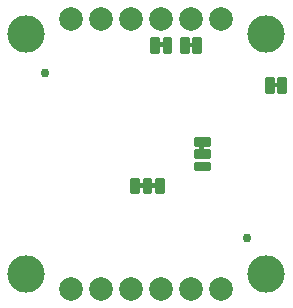
<source format=gbs>
G04 EAGLE Gerber RS-274X export*
G75*
%MOMM*%
%FSLAX34Y34*%
%LPD*%
%INSoldermask Bottom*%
%IPPOS*%
%AMOC8*
5,1,8,0,0,1.08239X$1,22.5*%
G01*
%ADD10C,0.228344*%
%ADD11C,3.175000*%
%ADD12C,2.006600*%
%ADD13C,0.762000*%

G36*
X175642Y129552D02*
X175642Y129552D01*
X175708Y129554D01*
X175752Y129572D01*
X175798Y129580D01*
X175855Y129614D01*
X175916Y129639D01*
X175951Y129670D01*
X175992Y129695D01*
X176033Y129746D01*
X176082Y129790D01*
X176103Y129832D01*
X176133Y129869D01*
X176154Y129931D01*
X176184Y129990D01*
X176192Y130044D01*
X176205Y130081D01*
X176204Y130121D01*
X176212Y130175D01*
X176212Y133985D01*
X176200Y134050D01*
X176198Y134116D01*
X176180Y134159D01*
X176172Y134206D01*
X176139Y134263D01*
X176114Y134323D01*
X176082Y134358D01*
X176058Y134399D01*
X176007Y134441D01*
X175962Y134489D01*
X175920Y134511D01*
X175884Y134540D01*
X175822Y134561D01*
X175763Y134592D01*
X175708Y134600D01*
X175671Y134612D01*
X175632Y134611D01*
X175578Y134619D01*
X173038Y134619D01*
X172973Y134608D01*
X172907Y134606D01*
X172863Y134588D01*
X172817Y134580D01*
X172760Y134546D01*
X172699Y134521D01*
X172664Y134490D01*
X172623Y134465D01*
X172582Y134414D01*
X172533Y134370D01*
X172512Y134328D01*
X172482Y134291D01*
X172461Y134229D01*
X172431Y134170D01*
X172423Y134116D01*
X172410Y134079D01*
X172410Y134075D01*
X172410Y134074D01*
X172411Y134039D01*
X172403Y133985D01*
X172403Y130175D01*
X172415Y130110D01*
X172417Y130044D01*
X172435Y130001D01*
X172443Y129954D01*
X172476Y129897D01*
X172501Y129837D01*
X172533Y129802D01*
X172557Y129761D01*
X172608Y129720D01*
X172653Y129671D01*
X172695Y129649D01*
X172731Y129620D01*
X172794Y129599D01*
X172852Y129568D01*
X172907Y129560D01*
X172944Y129548D01*
X172983Y129549D01*
X173038Y129541D01*
X175578Y129541D01*
X175642Y129552D01*
G37*
G36*
X141670Y217563D02*
X141670Y217563D01*
X141736Y217565D01*
X141779Y217583D01*
X141826Y217591D01*
X141883Y217625D01*
X141943Y217650D01*
X141978Y217681D01*
X142019Y217706D01*
X142061Y217757D01*
X142109Y217801D01*
X142131Y217843D01*
X142160Y217880D01*
X142181Y217942D01*
X142212Y218001D01*
X142220Y218055D01*
X142232Y218092D01*
X142231Y218132D01*
X142239Y218186D01*
X142239Y220726D01*
X142228Y220791D01*
X142226Y220857D01*
X142208Y220900D01*
X142200Y220947D01*
X142166Y221004D01*
X142141Y221064D01*
X142110Y221099D01*
X142085Y221140D01*
X142034Y221182D01*
X141990Y221230D01*
X141948Y221252D01*
X141911Y221281D01*
X141849Y221302D01*
X141790Y221333D01*
X141736Y221341D01*
X141699Y221353D01*
X141659Y221352D01*
X141605Y221360D01*
X137795Y221360D01*
X137730Y221349D01*
X137664Y221347D01*
X137621Y221329D01*
X137574Y221321D01*
X137517Y221287D01*
X137457Y221262D01*
X137422Y221231D01*
X137381Y221206D01*
X137340Y221155D01*
X137291Y221111D01*
X137269Y221069D01*
X137240Y221032D01*
X137219Y220970D01*
X137188Y220911D01*
X137180Y220857D01*
X137168Y220820D01*
X137168Y220817D01*
X137169Y220780D01*
X137161Y220726D01*
X137161Y218186D01*
X137172Y218121D01*
X137174Y218055D01*
X137192Y218012D01*
X137200Y217965D01*
X137234Y217908D01*
X137259Y217848D01*
X137290Y217813D01*
X137315Y217772D01*
X137366Y217731D01*
X137410Y217682D01*
X137452Y217660D01*
X137489Y217631D01*
X137551Y217610D01*
X137610Y217579D01*
X137664Y217571D01*
X137701Y217559D01*
X137741Y217560D01*
X137795Y217552D01*
X141605Y217552D01*
X141670Y217563D01*
G37*
G36*
X166816Y217309D02*
X166816Y217309D01*
X166882Y217311D01*
X166925Y217329D01*
X166972Y217337D01*
X167029Y217371D01*
X167089Y217396D01*
X167124Y217427D01*
X167165Y217452D01*
X167207Y217503D01*
X167255Y217547D01*
X167277Y217589D01*
X167306Y217626D01*
X167327Y217688D01*
X167358Y217747D01*
X167366Y217801D01*
X167378Y217838D01*
X167377Y217878D01*
X167385Y217932D01*
X167385Y220472D01*
X167374Y220537D01*
X167372Y220603D01*
X167354Y220646D01*
X167346Y220693D01*
X167312Y220750D01*
X167287Y220810D01*
X167256Y220845D01*
X167231Y220886D01*
X167180Y220928D01*
X167136Y220976D01*
X167094Y220998D01*
X167057Y221027D01*
X166995Y221048D01*
X166936Y221079D01*
X166882Y221087D01*
X166845Y221099D01*
X166805Y221098D01*
X166751Y221106D01*
X162941Y221106D01*
X162876Y221095D01*
X162810Y221093D01*
X162767Y221075D01*
X162720Y221067D01*
X162663Y221033D01*
X162603Y221008D01*
X162568Y220977D01*
X162527Y220952D01*
X162486Y220901D01*
X162437Y220857D01*
X162415Y220815D01*
X162386Y220778D01*
X162365Y220716D01*
X162334Y220657D01*
X162326Y220603D01*
X162314Y220566D01*
X162314Y220563D01*
X162315Y220526D01*
X162307Y220472D01*
X162307Y217932D01*
X162318Y217867D01*
X162320Y217801D01*
X162338Y217758D01*
X162346Y217711D01*
X162380Y217654D01*
X162405Y217594D01*
X162436Y217559D01*
X162461Y217518D01*
X162512Y217477D01*
X162556Y217428D01*
X162598Y217406D01*
X162635Y217377D01*
X162697Y217356D01*
X162756Y217325D01*
X162810Y217317D01*
X162847Y217305D01*
X162887Y217306D01*
X162941Y217298D01*
X166751Y217298D01*
X166816Y217309D01*
G37*
G36*
X238952Y183527D02*
X238952Y183527D01*
X239018Y183529D01*
X239061Y183547D01*
X239108Y183555D01*
X239165Y183589D01*
X239225Y183614D01*
X239260Y183645D01*
X239301Y183670D01*
X239343Y183721D01*
X239391Y183765D01*
X239413Y183807D01*
X239442Y183844D01*
X239463Y183906D01*
X239494Y183965D01*
X239502Y184019D01*
X239514Y184056D01*
X239513Y184096D01*
X239521Y184150D01*
X239521Y186690D01*
X239510Y186755D01*
X239508Y186821D01*
X239490Y186864D01*
X239482Y186911D01*
X239448Y186968D01*
X239423Y187028D01*
X239392Y187063D01*
X239367Y187104D01*
X239316Y187146D01*
X239272Y187194D01*
X239230Y187216D01*
X239193Y187245D01*
X239131Y187266D01*
X239072Y187297D01*
X239018Y187305D01*
X238981Y187317D01*
X238941Y187316D01*
X238887Y187324D01*
X235077Y187324D01*
X235012Y187313D01*
X234946Y187311D01*
X234903Y187293D01*
X234856Y187285D01*
X234799Y187251D01*
X234739Y187226D01*
X234704Y187195D01*
X234663Y187170D01*
X234622Y187119D01*
X234573Y187075D01*
X234551Y187033D01*
X234522Y186996D01*
X234501Y186934D01*
X234470Y186875D01*
X234462Y186821D01*
X234450Y186784D01*
X234450Y186781D01*
X234451Y186744D01*
X234443Y186690D01*
X234443Y184150D01*
X234454Y184085D01*
X234456Y184019D01*
X234474Y183976D01*
X234482Y183929D01*
X234516Y183872D01*
X234541Y183812D01*
X234572Y183777D01*
X234597Y183736D01*
X234648Y183695D01*
X234692Y183646D01*
X234734Y183624D01*
X234771Y183595D01*
X234833Y183574D01*
X234892Y183543D01*
X234946Y183535D01*
X234983Y183523D01*
X235023Y183524D01*
X235077Y183516D01*
X238887Y183516D01*
X238952Y183527D01*
G37*
G36*
X124906Y98247D02*
X124906Y98247D01*
X124972Y98249D01*
X125015Y98267D01*
X125062Y98275D01*
X125119Y98308D01*
X125179Y98333D01*
X125214Y98365D01*
X125255Y98389D01*
X125297Y98440D01*
X125345Y98485D01*
X125367Y98527D01*
X125396Y98563D01*
X125417Y98626D01*
X125448Y98684D01*
X125456Y98739D01*
X125468Y98776D01*
X125467Y98815D01*
X125475Y98870D01*
X125475Y101410D01*
X125464Y101474D01*
X125462Y101540D01*
X125444Y101584D01*
X125436Y101630D01*
X125402Y101687D01*
X125377Y101748D01*
X125346Y101783D01*
X125321Y101824D01*
X125270Y101865D01*
X125226Y101914D01*
X125184Y101935D01*
X125147Y101965D01*
X125085Y101986D01*
X125026Y102016D01*
X124972Y102024D01*
X124935Y102037D01*
X124895Y102036D01*
X124841Y102044D01*
X121031Y102044D01*
X120966Y102032D01*
X120900Y102030D01*
X120857Y102012D01*
X120810Y102004D01*
X120753Y101971D01*
X120693Y101946D01*
X120658Y101914D01*
X120617Y101890D01*
X120576Y101839D01*
X120527Y101794D01*
X120505Y101752D01*
X120476Y101716D01*
X120455Y101654D01*
X120424Y101595D01*
X120416Y101540D01*
X120404Y101503D01*
X120404Y101500D01*
X120405Y101463D01*
X120397Y101410D01*
X120397Y98870D01*
X120408Y98805D01*
X120410Y98739D01*
X120428Y98695D01*
X120436Y98649D01*
X120470Y98592D01*
X120495Y98531D01*
X120526Y98496D01*
X120551Y98455D01*
X120602Y98414D01*
X120646Y98365D01*
X120688Y98344D01*
X120725Y98314D01*
X120787Y98293D01*
X120846Y98263D01*
X120900Y98255D01*
X120937Y98242D01*
X120977Y98243D01*
X121031Y98235D01*
X124841Y98235D01*
X124906Y98247D01*
G37*
G36*
X135066Y98247D02*
X135066Y98247D01*
X135132Y98249D01*
X135175Y98267D01*
X135222Y98275D01*
X135279Y98308D01*
X135339Y98333D01*
X135374Y98365D01*
X135415Y98389D01*
X135457Y98440D01*
X135505Y98485D01*
X135527Y98527D01*
X135556Y98563D01*
X135577Y98626D01*
X135608Y98684D01*
X135616Y98739D01*
X135628Y98776D01*
X135627Y98815D01*
X135635Y98870D01*
X135635Y101410D01*
X135624Y101474D01*
X135622Y101540D01*
X135604Y101584D01*
X135596Y101630D01*
X135562Y101687D01*
X135537Y101748D01*
X135506Y101783D01*
X135481Y101824D01*
X135430Y101865D01*
X135386Y101914D01*
X135344Y101935D01*
X135307Y101965D01*
X135245Y101986D01*
X135186Y102016D01*
X135132Y102024D01*
X135095Y102037D01*
X135055Y102036D01*
X135001Y102044D01*
X131191Y102044D01*
X131126Y102032D01*
X131060Y102030D01*
X131017Y102012D01*
X130970Y102004D01*
X130913Y101971D01*
X130853Y101946D01*
X130818Y101914D01*
X130777Y101890D01*
X130736Y101839D01*
X130687Y101794D01*
X130665Y101752D01*
X130636Y101716D01*
X130615Y101654D01*
X130584Y101595D01*
X130576Y101540D01*
X130564Y101503D01*
X130564Y101500D01*
X130565Y101463D01*
X130557Y101410D01*
X130557Y98870D01*
X130568Y98805D01*
X130570Y98739D01*
X130588Y98695D01*
X130596Y98649D01*
X130630Y98592D01*
X130655Y98531D01*
X130686Y98496D01*
X130711Y98455D01*
X130762Y98414D01*
X130806Y98365D01*
X130848Y98344D01*
X130885Y98314D01*
X130947Y98293D01*
X131006Y98263D01*
X131060Y98255D01*
X131097Y98242D01*
X131137Y98243D01*
X131191Y98235D01*
X135001Y98235D01*
X135066Y98247D01*
G37*
D10*
X180152Y119382D02*
X180152Y113790D01*
X168464Y113790D01*
X168464Y119382D01*
X180152Y119382D01*
X180152Y115959D02*
X168464Y115959D01*
X168464Y118128D02*
X180152Y118128D01*
X180152Y124204D02*
X180152Y129796D01*
X180152Y124204D02*
X168464Y124204D01*
X168464Y129796D01*
X180152Y129796D01*
X180152Y126373D02*
X168464Y126373D01*
X168464Y128542D02*
X180152Y128542D01*
X180152Y134618D02*
X180152Y140210D01*
X180152Y134618D02*
X168464Y134618D01*
X168464Y140210D01*
X180152Y140210D01*
X180152Y136787D02*
X168464Y136787D01*
X168464Y138956D02*
X180152Y138956D01*
D11*
X25400Y228600D03*
X25400Y25400D03*
X228600Y25400D03*
D10*
X120398Y94296D02*
X114806Y94296D01*
X114806Y105984D01*
X120398Y105984D01*
X120398Y94296D01*
X120398Y96465D02*
X114806Y96465D01*
X114806Y98634D02*
X120398Y98634D01*
X120398Y100803D02*
X114806Y100803D01*
X114806Y102972D02*
X120398Y102972D01*
X120398Y105141D02*
X114806Y105141D01*
X125220Y94296D02*
X130812Y94296D01*
X125220Y94296D02*
X125220Y105984D01*
X130812Y105984D01*
X130812Y94296D01*
X130812Y96465D02*
X125220Y96465D01*
X125220Y98634D02*
X130812Y98634D01*
X130812Y100803D02*
X125220Y100803D01*
X125220Y102972D02*
X130812Y102972D01*
X130812Y105141D02*
X125220Y105141D01*
X135634Y94296D02*
X141226Y94296D01*
X135634Y94296D02*
X135634Y105984D01*
X141226Y105984D01*
X141226Y94296D01*
X141226Y96465D02*
X135634Y96465D01*
X135634Y98634D02*
X141226Y98634D01*
X141226Y100803D02*
X135634Y100803D01*
X135634Y102972D02*
X141226Y102972D01*
X141226Y105141D02*
X135634Y105141D01*
D12*
X190500Y12700D03*
X165100Y12700D03*
X139700Y12700D03*
X114300Y12700D03*
X88900Y12700D03*
X63500Y12700D03*
D10*
X156843Y213358D02*
X162435Y213358D01*
X156843Y213358D02*
X156843Y225046D01*
X162435Y225046D01*
X162435Y213358D01*
X162435Y215527D02*
X156843Y215527D01*
X156843Y217696D02*
X162435Y217696D01*
X162435Y219865D02*
X156843Y219865D01*
X156843Y222034D02*
X162435Y222034D01*
X162435Y224203D02*
X156843Y224203D01*
X167257Y213358D02*
X172849Y213358D01*
X167257Y213358D02*
X167257Y225046D01*
X172849Y225046D01*
X172849Y213358D01*
X172849Y215527D02*
X167257Y215527D01*
X167257Y217696D02*
X172849Y217696D01*
X172849Y219865D02*
X167257Y219865D01*
X167257Y222034D02*
X172849Y222034D01*
X172849Y224203D02*
X167257Y224203D01*
X147703Y225300D02*
X142111Y225300D01*
X147703Y225300D02*
X147703Y213612D01*
X142111Y213612D01*
X142111Y225300D01*
X142111Y215781D02*
X147703Y215781D01*
X147703Y217950D02*
X142111Y217950D01*
X142111Y220119D02*
X147703Y220119D01*
X147703Y222288D02*
X142111Y222288D01*
X142111Y224457D02*
X147703Y224457D01*
X137289Y225300D02*
X131697Y225300D01*
X137289Y225300D02*
X137289Y213612D01*
X131697Y213612D01*
X131697Y225300D01*
X131697Y215781D02*
X137289Y215781D01*
X137289Y217950D02*
X131697Y217950D01*
X131697Y220119D02*
X137289Y220119D01*
X137289Y222288D02*
X131697Y222288D01*
X131697Y224457D02*
X137289Y224457D01*
D12*
X63500Y241300D03*
X88900Y241300D03*
X114300Y241300D03*
X139700Y241300D03*
X165100Y241300D03*
X190500Y241300D03*
D13*
X41910Y195580D03*
X212344Y55880D03*
D10*
X228979Y179576D02*
X234571Y179576D01*
X228979Y179576D02*
X228979Y191264D01*
X234571Y191264D01*
X234571Y179576D01*
X234571Y181745D02*
X228979Y181745D01*
X228979Y183914D02*
X234571Y183914D01*
X234571Y186083D02*
X228979Y186083D01*
X228979Y188252D02*
X234571Y188252D01*
X234571Y190421D02*
X228979Y190421D01*
X239393Y179576D02*
X244985Y179576D01*
X239393Y179576D02*
X239393Y191264D01*
X244985Y191264D01*
X244985Y179576D01*
X244985Y181745D02*
X239393Y181745D01*
X239393Y183914D02*
X244985Y183914D01*
X244985Y186083D02*
X239393Y186083D01*
X239393Y188252D02*
X244985Y188252D01*
X244985Y190421D02*
X239393Y190421D01*
D11*
X228600Y228600D03*
M02*

</source>
